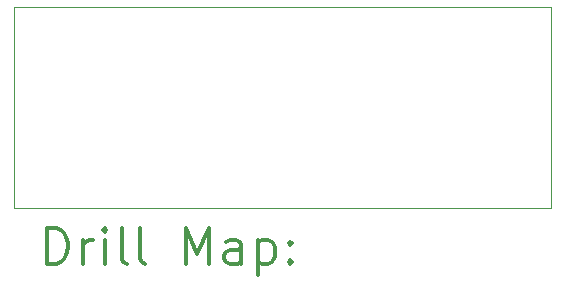
<source format=gbr>
%FSLAX45Y45*%
G04 Gerber Fmt 4.5, Leading zero omitted, Abs format (unit mm)*
G04 Created by KiCad (PCBNEW 5.1.5+dfsg1-2build2) date 2022-12-10 10:35:26*
%MOMM*%
%LPD*%
G04 APERTURE LIST*
%TA.AperFunction,Profile*%
%ADD10C,0.100000*%
%TD*%
%ADD11C,0.200000*%
%ADD12C,0.300000*%
G04 APERTURE END LIST*
D10*
X15000000Y-8900000D02*
X15000000Y-10600000D01*
X10450000Y-8900000D02*
X15000000Y-8900000D01*
X10450000Y-10600000D02*
X10450000Y-8900000D01*
X15000000Y-10600000D02*
X10450000Y-10600000D01*
D11*
D12*
X10731428Y-11070714D02*
X10731428Y-10770714D01*
X10802857Y-10770714D01*
X10845714Y-10785000D01*
X10874286Y-10813572D01*
X10888571Y-10842143D01*
X10902857Y-10899286D01*
X10902857Y-10942143D01*
X10888571Y-10999286D01*
X10874286Y-11027857D01*
X10845714Y-11056429D01*
X10802857Y-11070714D01*
X10731428Y-11070714D01*
X11031428Y-11070714D02*
X11031428Y-10870714D01*
X11031428Y-10927857D02*
X11045714Y-10899286D01*
X11060000Y-10885000D01*
X11088571Y-10870714D01*
X11117143Y-10870714D01*
X11217143Y-11070714D02*
X11217143Y-10870714D01*
X11217143Y-10770714D02*
X11202857Y-10785000D01*
X11217143Y-10799286D01*
X11231428Y-10785000D01*
X11217143Y-10770714D01*
X11217143Y-10799286D01*
X11402857Y-11070714D02*
X11374286Y-11056429D01*
X11360000Y-11027857D01*
X11360000Y-10770714D01*
X11560000Y-11070714D02*
X11531428Y-11056429D01*
X11517143Y-11027857D01*
X11517143Y-10770714D01*
X11902857Y-11070714D02*
X11902857Y-10770714D01*
X12002857Y-10985000D01*
X12102857Y-10770714D01*
X12102857Y-11070714D01*
X12374286Y-11070714D02*
X12374286Y-10913572D01*
X12360000Y-10885000D01*
X12331428Y-10870714D01*
X12274286Y-10870714D01*
X12245714Y-10885000D01*
X12374286Y-11056429D02*
X12345714Y-11070714D01*
X12274286Y-11070714D01*
X12245714Y-11056429D01*
X12231428Y-11027857D01*
X12231428Y-10999286D01*
X12245714Y-10970714D01*
X12274286Y-10956429D01*
X12345714Y-10956429D01*
X12374286Y-10942143D01*
X12517143Y-10870714D02*
X12517143Y-11170714D01*
X12517143Y-10885000D02*
X12545714Y-10870714D01*
X12602857Y-10870714D01*
X12631428Y-10885000D01*
X12645714Y-10899286D01*
X12660000Y-10927857D01*
X12660000Y-11013572D01*
X12645714Y-11042143D01*
X12631428Y-11056429D01*
X12602857Y-11070714D01*
X12545714Y-11070714D01*
X12517143Y-11056429D01*
X12788571Y-11042143D02*
X12802857Y-11056429D01*
X12788571Y-11070714D01*
X12774286Y-11056429D01*
X12788571Y-11042143D01*
X12788571Y-11070714D01*
X12788571Y-10885000D02*
X12802857Y-10899286D01*
X12788571Y-10913572D01*
X12774286Y-10899286D01*
X12788571Y-10885000D01*
X12788571Y-10913572D01*
M02*

</source>
